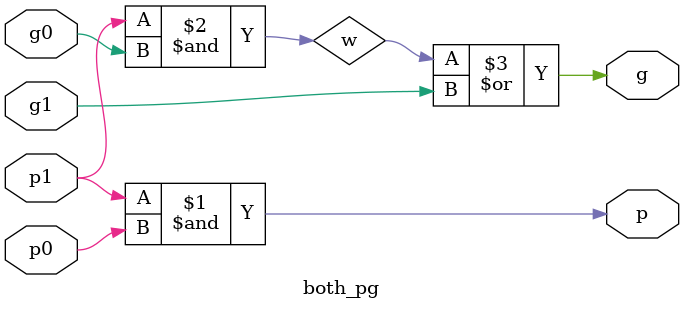
<source format=v>
module HanCarlson(a,b,sum);

input [15:0] a,b;
output[15:0] sum;
wire[15:0] carry;
wire[15:0] ppp,ppg;

preprocess_module pp(a,b,ppp,ppg);
generatecarry gc(ppp,ppg,carry);
findsum fs(ppp,carry,sum);

endmodule

//------------------------------------------------------------------------------------------------------------

module preprocess_module(a,b,p,g);

input [15:0] a,b;
output[15:0] p,g;
pre_process pp0(a[0],b[0],p[0],g[0]);
pre_process pp1(a[1],b[1],p[1],g[1]);
pre_process pp2(a[2],b[2],p[2],g[2]);
pre_process pp3(a[3],b[3],p[3],g[3]);
pre_process pp4(a[4],b[4],p[4],g[4]);
pre_process pp5(a[5],b[5],p[5],g[5]);
pre_process pp6(a[6],b[6],p[6],g[6]);
pre_process pp7(a[7],b[7],p[7],g[7]);
pre_process pp8(a[8],b[8],p[8],g[8]);
pre_process pp9(a[9],b[9],p[9],g[9]);
pre_process pp10(a[10],b[10],p[10],g[10]);
pre_process pp11(a[11],b[11],p[11],g[11]);
pre_process pp12(a[12],b[12],p[12],g[12]);
pre_process pp13(a[13],b[13],p[13],g[13]);
pre_process pp14(a[14],b[14],p[14],g[14]);
pre_process pp15(a[15],b[15],p[15],g[15]);

endmodule

//------------------------------------------------------------------------------------------------------------

module pre_process(a,b,p,g);

input a,b;
output p,g;
xor(p,a,b);
and(g,a,b);

endmodule

//------------------------------------------------------------------------------------------------------------

module generatecarry(p,g,c);
input [15:0] p,g;
output[15:0] c;

//step BRENT-KUNG begin
both_pg b11(p[15],g[15],p[14],g[14],p15_14,g15_14);
both_pg b12(p[13],g[13],p[12],g[12],p13_12,g13_12);
both_pg b13(p[11],g[11],p[10],g[10],p11_10,g11_10);
both_pg b14(p[9],g[9],p[8],g[8],p9_8,g9_8);
both_pg b15(p[7],g[7],p[6],g[6],p7_6,g7_6);
both_pg b16(p[5],g[5],p[4],g[4],p5_4,g5_4);
both_pg b17(p[3],g[3],p[2],g[2],p3_2,g3_2);
only_g g11(p[1],g[1],g[0],g1_0);

buf(c[1],g1_0);
buf(p0_0,p[0]);
buf(g0_0,g[0]);
buf(p2_2,p[2]);
buf(g2_2,g[2]);
buf(p4_4,p[4]);
buf(g4_4,g[4]);
buf(p6_6,p[6]);
buf(g6_6,g[6]);
buf(p8_8,p[8]);
buf(g8_8,g[8]);
buf(p10_10,p[10]);
buf(g10_10,g[10]);
buf(p12_12,p[12]);
buf(g12_12,g[12]);
buf(p14_14,p[14]);
buf(g14_14,g[14]);

//step2
both_pg b21(p15_14,g15_14,p13_12,g13_12,p15_12,g15_12);
both_pg b22(p13_12,g13_12,p11_10,g11_10,p13_10,g13_10);
both_pg b23(p11_10,g11_10,p9_8,g9_8,p11_8,g11_8);
both_pg b24(p9_8,g9_8,p7_6,g7_6,p9_6,g9_6);
both_pg b25(p7_6,g7_6,p5_4,g5_4,p7_4,g7_4);
both_pg b26(p5_4,g5_4,p3_2,g3_2,p5_2,g5_2);
only_g g21(p3_2,g3_2,g1_0,g3_0);

buf(c[3],g3_0);

//step3
both_pg b31(p15_12,g15_12,p11_8,g11_8,p15_8,g15_8);
both_pg b32(p13_10,g13_10,p9_6,g9_6,p13_6,g13_6);
both_pg b33(p11_8,g11_8,p7_4,g7_4,p11_4,g11_4);
both_pg b34(p9_6,g9_6,p5_2,g5_2,p9_2,g9_2);

only_g g31(p7_4,g7_4,g3_0,g7_0);
buf(c[7],g7_0);

only_g g32(p5_2,g5_2,g1_0,g5_0);
buf(c[5],g5_0);

//step4
only_g g41(p15_8,g15_8,g7_0,g15_0);
buf(c[15],g15_0);

only_g g42(p13_6,g13_6,g5_0,g13_0);
buf(c[13],g13_0);

only_g g43(p11_4,g11_4,g3_0,g11_0);
buf(c[11],g11_0);

only_g g44(p9_2,g9_2,g1_0,g9_0);
buf(c[9],g9_0);

//step5 for even

only_g g51(p2_2,g2_2,g1_0,c[2]);
only_g g52(p4_4,g4_4,g3_0,c[4]);
only_g g53(p6_6,g6_6,g5_0,c[6]);
only_g g54(p8_8,g8_8,g7_0,c[8]);
only_g g55(p10_10,g10_10,g9_0,c[10]);
only_g g56(p12_12,g12_12,g11_0,c[12]);
only_g g57(p14_14,g14_14,g13_0,c[14]);

buf(c[0],g0_0);

endmodule

//------------------------------------------------------------------------------------------------------------

module findsum(a,b,sum);

input [15:0] a,b;
output[15:0] sum;

xor(sum[0],a[0],1'b0);
xor(sum[1],a[1],b[0]);
xor(sum[2],a[2],b[1]);
xor(sum[3],a[3],b[2]);
xor(sum[4],a[4],b[3]);
xor(sum[5],a[5],b[4]);
xor(sum[6],a[6],b[5]);
xor(sum[7],a[7],b[6]);
xor(sum[8],a[8],b[7]);
xor(sum[9],a[9],b[8]);
xor(sum[10],a[10],b[9]);
xor(sum[11],a[11],b[10]);
xor(sum[12],a[12],b[11]);
xor(sum[13],a[13],b[12]);
xor(sum[14],a[14],b[13]);
xor(sum[15],a[15],b[14]);

endmodule

//------------------------------------------------------------------------------------------------------------

module only_g(p1,g1,g0,g);

input p1,g1,g0;
output g;
wire w;
and(w,p1,g0);
or(g,w,g1);

endmodule

//------------------------------------------------------------------------------------------------------------

module both_pg(p1,g1,p0,g0,p,g);

input p1,g1,p0,g0;
output p,g;
wire w;
and(p,p1,p0);
and(w,p1,g0);
or(g,w,g1);

endmodule
</source>
